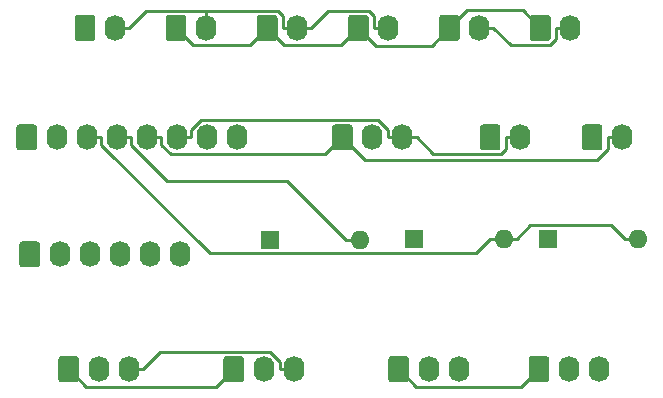
<source format=gbr>
G04 #@! TF.GenerationSoftware,KiCad,Pcbnew,(5.1.5-0-10_14)*
G04 #@! TF.CreationDate,2021-10-24T14:08:41+10:00*
G04 #@! TF.ProjectId,Vid Record and IFEI,56696420-5265-4636-9f72-6420616e6420,rev?*
G04 #@! TF.SameCoordinates,Original*
G04 #@! TF.FileFunction,Copper,L1,Top*
G04 #@! TF.FilePolarity,Positive*
%FSLAX46Y46*%
G04 Gerber Fmt 4.6, Leading zero omitted, Abs format (unit mm)*
G04 Created by KiCad (PCBNEW (5.1.5-0-10_14)) date 2021-10-24 14:08:41*
%MOMM*%
%LPD*%
G04 APERTURE LIST*
%ADD10O,1.740000X2.200000*%
%ADD11C,0.100000*%
%ADD12O,1.600000X1.600000*%
%ADD13R,1.600000X1.600000*%
%ADD14C,0.250000*%
G04 APERTURE END LIST*
D10*
X171323000Y-86233000D03*
X168783000Y-86233000D03*
G04 #@! TA.AperFunction,ComponentPad*
D11*
G36*
X166887505Y-85134204D02*
G01*
X166911773Y-85137804D01*
X166935572Y-85143765D01*
X166958671Y-85152030D01*
X166980850Y-85162520D01*
X167001893Y-85175132D01*
X167021599Y-85189747D01*
X167039777Y-85206223D01*
X167056253Y-85224401D01*
X167070868Y-85244107D01*
X167083480Y-85265150D01*
X167093970Y-85287329D01*
X167102235Y-85310428D01*
X167108196Y-85334227D01*
X167111796Y-85358495D01*
X167113000Y-85382999D01*
X167113000Y-87083001D01*
X167111796Y-87107505D01*
X167108196Y-87131773D01*
X167102235Y-87155572D01*
X167093970Y-87178671D01*
X167083480Y-87200850D01*
X167070868Y-87221893D01*
X167056253Y-87241599D01*
X167039777Y-87259777D01*
X167021599Y-87276253D01*
X167001893Y-87290868D01*
X166980850Y-87303480D01*
X166958671Y-87313970D01*
X166935572Y-87322235D01*
X166911773Y-87328196D01*
X166887505Y-87331796D01*
X166863001Y-87333000D01*
X165622999Y-87333000D01*
X165598495Y-87331796D01*
X165574227Y-87328196D01*
X165550428Y-87322235D01*
X165527329Y-87313970D01*
X165505150Y-87303480D01*
X165484107Y-87290868D01*
X165464401Y-87276253D01*
X165446223Y-87259777D01*
X165429747Y-87241599D01*
X165415132Y-87221893D01*
X165402520Y-87200850D01*
X165392030Y-87178671D01*
X165383765Y-87155572D01*
X165377804Y-87131773D01*
X165374204Y-87107505D01*
X165373000Y-87083001D01*
X165373000Y-85382999D01*
X165374204Y-85358495D01*
X165377804Y-85334227D01*
X165383765Y-85310428D01*
X165392030Y-85287329D01*
X165402520Y-85265150D01*
X165415132Y-85244107D01*
X165429747Y-85224401D01*
X165446223Y-85206223D01*
X165464401Y-85189747D01*
X165484107Y-85175132D01*
X165505150Y-85162520D01*
X165527329Y-85152030D01*
X165550428Y-85143765D01*
X165574227Y-85137804D01*
X165598495Y-85134204D01*
X165622999Y-85133000D01*
X166863001Y-85133000D01*
X166887505Y-85134204D01*
G37*
G04 #@! TD.AperFunction*
D10*
X181292000Y-86233000D03*
G04 #@! TA.AperFunction,ComponentPad*
D11*
G36*
X179396505Y-85134204D02*
G01*
X179420773Y-85137804D01*
X179444572Y-85143765D01*
X179467671Y-85152030D01*
X179489850Y-85162520D01*
X179510893Y-85175132D01*
X179530599Y-85189747D01*
X179548777Y-85206223D01*
X179565253Y-85224401D01*
X179579868Y-85244107D01*
X179592480Y-85265150D01*
X179602970Y-85287329D01*
X179611235Y-85310428D01*
X179617196Y-85334227D01*
X179620796Y-85358495D01*
X179622000Y-85382999D01*
X179622000Y-87083001D01*
X179620796Y-87107505D01*
X179617196Y-87131773D01*
X179611235Y-87155572D01*
X179602970Y-87178671D01*
X179592480Y-87200850D01*
X179579868Y-87221893D01*
X179565253Y-87241599D01*
X179548777Y-87259777D01*
X179530599Y-87276253D01*
X179510893Y-87290868D01*
X179489850Y-87303480D01*
X179467671Y-87313970D01*
X179444572Y-87322235D01*
X179420773Y-87328196D01*
X179396505Y-87331796D01*
X179372001Y-87333000D01*
X178131999Y-87333000D01*
X178107495Y-87331796D01*
X178083227Y-87328196D01*
X178059428Y-87322235D01*
X178036329Y-87313970D01*
X178014150Y-87303480D01*
X177993107Y-87290868D01*
X177973401Y-87276253D01*
X177955223Y-87259777D01*
X177938747Y-87241599D01*
X177924132Y-87221893D01*
X177911520Y-87200850D01*
X177901030Y-87178671D01*
X177892765Y-87155572D01*
X177886804Y-87131773D01*
X177883204Y-87107505D01*
X177882000Y-87083001D01*
X177882000Y-85382999D01*
X177883204Y-85358495D01*
X177886804Y-85334227D01*
X177892765Y-85310428D01*
X177901030Y-85287329D01*
X177911520Y-85265150D01*
X177924132Y-85244107D01*
X177938747Y-85224401D01*
X177955223Y-85206223D01*
X177973401Y-85189747D01*
X177993107Y-85175132D01*
X178014150Y-85162520D01*
X178036329Y-85152030D01*
X178059428Y-85143765D01*
X178083227Y-85137804D01*
X178107495Y-85134204D01*
X178131999Y-85133000D01*
X179372001Y-85133000D01*
X179396505Y-85134204D01*
G37*
G04 #@! TD.AperFunction*
D10*
X189928000Y-86233000D03*
G04 #@! TA.AperFunction,ComponentPad*
D11*
G36*
X188032505Y-85134204D02*
G01*
X188056773Y-85137804D01*
X188080572Y-85143765D01*
X188103671Y-85152030D01*
X188125850Y-85162520D01*
X188146893Y-85175132D01*
X188166599Y-85189747D01*
X188184777Y-85206223D01*
X188201253Y-85224401D01*
X188215868Y-85244107D01*
X188228480Y-85265150D01*
X188238970Y-85287329D01*
X188247235Y-85310428D01*
X188253196Y-85334227D01*
X188256796Y-85358495D01*
X188258000Y-85382999D01*
X188258000Y-87083001D01*
X188256796Y-87107505D01*
X188253196Y-87131773D01*
X188247235Y-87155572D01*
X188238970Y-87178671D01*
X188228480Y-87200850D01*
X188215868Y-87221893D01*
X188201253Y-87241599D01*
X188184777Y-87259777D01*
X188166599Y-87276253D01*
X188146893Y-87290868D01*
X188125850Y-87303480D01*
X188103671Y-87313970D01*
X188080572Y-87322235D01*
X188056773Y-87328196D01*
X188032505Y-87331796D01*
X188008001Y-87333000D01*
X186767999Y-87333000D01*
X186743495Y-87331796D01*
X186719227Y-87328196D01*
X186695428Y-87322235D01*
X186672329Y-87313970D01*
X186650150Y-87303480D01*
X186629107Y-87290868D01*
X186609401Y-87276253D01*
X186591223Y-87259777D01*
X186574747Y-87241599D01*
X186560132Y-87221893D01*
X186547520Y-87200850D01*
X186537030Y-87178671D01*
X186528765Y-87155572D01*
X186522804Y-87131773D01*
X186519204Y-87107505D01*
X186518000Y-87083001D01*
X186518000Y-85382999D01*
X186519204Y-85358495D01*
X186522804Y-85334227D01*
X186528765Y-85310428D01*
X186537030Y-85287329D01*
X186547520Y-85265150D01*
X186560132Y-85244107D01*
X186574747Y-85224401D01*
X186591223Y-85206223D01*
X186609401Y-85189747D01*
X186629107Y-85175132D01*
X186650150Y-85162520D01*
X186672329Y-85152030D01*
X186695428Y-85143765D01*
X186719227Y-85137804D01*
X186743495Y-85134204D01*
X186767999Y-85133000D01*
X188008001Y-85133000D01*
X188032505Y-85134204D01*
G37*
G04 #@! TD.AperFunction*
D10*
X148146000Y-105854000D03*
X145606000Y-105854000D03*
G04 #@! TA.AperFunction,ComponentPad*
D11*
G36*
X143710505Y-104755204D02*
G01*
X143734773Y-104758804D01*
X143758572Y-104764765D01*
X143781671Y-104773030D01*
X143803850Y-104783520D01*
X143824893Y-104796132D01*
X143844599Y-104810747D01*
X143862777Y-104827223D01*
X143879253Y-104845401D01*
X143893868Y-104865107D01*
X143906480Y-104886150D01*
X143916970Y-104908329D01*
X143925235Y-104931428D01*
X143931196Y-104955227D01*
X143934796Y-104979495D01*
X143936000Y-105003999D01*
X143936000Y-106704001D01*
X143934796Y-106728505D01*
X143931196Y-106752773D01*
X143925235Y-106776572D01*
X143916970Y-106799671D01*
X143906480Y-106821850D01*
X143893868Y-106842893D01*
X143879253Y-106862599D01*
X143862777Y-106880777D01*
X143844599Y-106897253D01*
X143824893Y-106911868D01*
X143803850Y-106924480D01*
X143781671Y-106934970D01*
X143758572Y-106943235D01*
X143734773Y-106949196D01*
X143710505Y-106952796D01*
X143686001Y-106954000D01*
X142445999Y-106954000D01*
X142421495Y-106952796D01*
X142397227Y-106949196D01*
X142373428Y-106943235D01*
X142350329Y-106934970D01*
X142328150Y-106924480D01*
X142307107Y-106911868D01*
X142287401Y-106897253D01*
X142269223Y-106880777D01*
X142252747Y-106862599D01*
X142238132Y-106842893D01*
X142225520Y-106821850D01*
X142215030Y-106799671D01*
X142206765Y-106776572D01*
X142200804Y-106752773D01*
X142197204Y-106728505D01*
X142196000Y-106704001D01*
X142196000Y-105003999D01*
X142197204Y-104979495D01*
X142200804Y-104955227D01*
X142206765Y-104931428D01*
X142215030Y-104908329D01*
X142225520Y-104886150D01*
X142238132Y-104865107D01*
X142252747Y-104845401D01*
X142269223Y-104827223D01*
X142287401Y-104810747D01*
X142307107Y-104796132D01*
X142328150Y-104783520D01*
X142350329Y-104773030D01*
X142373428Y-104764765D01*
X142397227Y-104758804D01*
X142421495Y-104755204D01*
X142445999Y-104754000D01*
X143686001Y-104754000D01*
X143710505Y-104755204D01*
G37*
G04 #@! TD.AperFunction*
D10*
X176086000Y-105854000D03*
X173546000Y-105854000D03*
G04 #@! TA.AperFunction,ComponentPad*
D11*
G36*
X171650505Y-104755204D02*
G01*
X171674773Y-104758804D01*
X171698572Y-104764765D01*
X171721671Y-104773030D01*
X171743850Y-104783520D01*
X171764893Y-104796132D01*
X171784599Y-104810747D01*
X171802777Y-104827223D01*
X171819253Y-104845401D01*
X171833868Y-104865107D01*
X171846480Y-104886150D01*
X171856970Y-104908329D01*
X171865235Y-104931428D01*
X171871196Y-104955227D01*
X171874796Y-104979495D01*
X171876000Y-105003999D01*
X171876000Y-106704001D01*
X171874796Y-106728505D01*
X171871196Y-106752773D01*
X171865235Y-106776572D01*
X171856970Y-106799671D01*
X171846480Y-106821850D01*
X171833868Y-106842893D01*
X171819253Y-106862599D01*
X171802777Y-106880777D01*
X171784599Y-106897253D01*
X171764893Y-106911868D01*
X171743850Y-106924480D01*
X171721671Y-106934970D01*
X171698572Y-106943235D01*
X171674773Y-106949196D01*
X171650505Y-106952796D01*
X171626001Y-106954000D01*
X170385999Y-106954000D01*
X170361495Y-106952796D01*
X170337227Y-106949196D01*
X170313428Y-106943235D01*
X170290329Y-106934970D01*
X170268150Y-106924480D01*
X170247107Y-106911868D01*
X170227401Y-106897253D01*
X170209223Y-106880777D01*
X170192747Y-106862599D01*
X170178132Y-106842893D01*
X170165520Y-106821850D01*
X170155030Y-106799671D01*
X170146765Y-106776572D01*
X170140804Y-106752773D01*
X170137204Y-106728505D01*
X170136000Y-106704001D01*
X170136000Y-105003999D01*
X170137204Y-104979495D01*
X170140804Y-104955227D01*
X170146765Y-104931428D01*
X170155030Y-104908329D01*
X170165520Y-104886150D01*
X170178132Y-104865107D01*
X170192747Y-104845401D01*
X170209223Y-104827223D01*
X170227401Y-104810747D01*
X170247107Y-104796132D01*
X170268150Y-104783520D01*
X170290329Y-104773030D01*
X170313428Y-104764765D01*
X170337227Y-104758804D01*
X170361495Y-104755204D01*
X170385999Y-104754000D01*
X171626001Y-104754000D01*
X171650505Y-104755204D01*
G37*
G04 #@! TD.AperFunction*
D10*
X185547000Y-76962000D03*
G04 #@! TA.AperFunction,ComponentPad*
D11*
G36*
X183651505Y-75863204D02*
G01*
X183675773Y-75866804D01*
X183699572Y-75872765D01*
X183722671Y-75881030D01*
X183744850Y-75891520D01*
X183765893Y-75904132D01*
X183785599Y-75918747D01*
X183803777Y-75935223D01*
X183820253Y-75953401D01*
X183834868Y-75973107D01*
X183847480Y-75994150D01*
X183857970Y-76016329D01*
X183866235Y-76039428D01*
X183872196Y-76063227D01*
X183875796Y-76087495D01*
X183877000Y-76111999D01*
X183877000Y-77812001D01*
X183875796Y-77836505D01*
X183872196Y-77860773D01*
X183866235Y-77884572D01*
X183857970Y-77907671D01*
X183847480Y-77929850D01*
X183834868Y-77950893D01*
X183820253Y-77970599D01*
X183803777Y-77988777D01*
X183785599Y-78005253D01*
X183765893Y-78019868D01*
X183744850Y-78032480D01*
X183722671Y-78042970D01*
X183699572Y-78051235D01*
X183675773Y-78057196D01*
X183651505Y-78060796D01*
X183627001Y-78062000D01*
X182386999Y-78062000D01*
X182362495Y-78060796D01*
X182338227Y-78057196D01*
X182314428Y-78051235D01*
X182291329Y-78042970D01*
X182269150Y-78032480D01*
X182248107Y-78019868D01*
X182228401Y-78005253D01*
X182210223Y-77988777D01*
X182193747Y-77970599D01*
X182179132Y-77950893D01*
X182166520Y-77929850D01*
X182156030Y-77907671D01*
X182147765Y-77884572D01*
X182141804Y-77860773D01*
X182138204Y-77836505D01*
X182137000Y-77812001D01*
X182137000Y-76111999D01*
X182138204Y-76087495D01*
X182141804Y-76063227D01*
X182147765Y-76039428D01*
X182156030Y-76016329D01*
X182166520Y-75994150D01*
X182179132Y-75973107D01*
X182193747Y-75953401D01*
X182210223Y-75935223D01*
X182228401Y-75918747D01*
X182248107Y-75904132D01*
X182269150Y-75891520D01*
X182291329Y-75881030D01*
X182314428Y-75872765D01*
X182338227Y-75866804D01*
X182362495Y-75863204D01*
X182386999Y-75862000D01*
X183627001Y-75862000D01*
X183651505Y-75863204D01*
G37*
G04 #@! TD.AperFunction*
D10*
X177838000Y-76962000D03*
G04 #@! TA.AperFunction,ComponentPad*
D11*
G36*
X175942505Y-75863204D02*
G01*
X175966773Y-75866804D01*
X175990572Y-75872765D01*
X176013671Y-75881030D01*
X176035850Y-75891520D01*
X176056893Y-75904132D01*
X176076599Y-75918747D01*
X176094777Y-75935223D01*
X176111253Y-75953401D01*
X176125868Y-75973107D01*
X176138480Y-75994150D01*
X176148970Y-76016329D01*
X176157235Y-76039428D01*
X176163196Y-76063227D01*
X176166796Y-76087495D01*
X176168000Y-76111999D01*
X176168000Y-77812001D01*
X176166796Y-77836505D01*
X176163196Y-77860773D01*
X176157235Y-77884572D01*
X176148970Y-77907671D01*
X176138480Y-77929850D01*
X176125868Y-77950893D01*
X176111253Y-77970599D01*
X176094777Y-77988777D01*
X176076599Y-78005253D01*
X176056893Y-78019868D01*
X176035850Y-78032480D01*
X176013671Y-78042970D01*
X175990572Y-78051235D01*
X175966773Y-78057196D01*
X175942505Y-78060796D01*
X175918001Y-78062000D01*
X174677999Y-78062000D01*
X174653495Y-78060796D01*
X174629227Y-78057196D01*
X174605428Y-78051235D01*
X174582329Y-78042970D01*
X174560150Y-78032480D01*
X174539107Y-78019868D01*
X174519401Y-78005253D01*
X174501223Y-77988777D01*
X174484747Y-77970599D01*
X174470132Y-77950893D01*
X174457520Y-77929850D01*
X174447030Y-77907671D01*
X174438765Y-77884572D01*
X174432804Y-77860773D01*
X174429204Y-77836505D01*
X174428000Y-77812001D01*
X174428000Y-76111999D01*
X174429204Y-76087495D01*
X174432804Y-76063227D01*
X174438765Y-76039428D01*
X174447030Y-76016329D01*
X174457520Y-75994150D01*
X174470132Y-75973107D01*
X174484747Y-75953401D01*
X174501223Y-75935223D01*
X174519401Y-75918747D01*
X174539107Y-75904132D01*
X174560150Y-75891520D01*
X174582329Y-75881030D01*
X174605428Y-75872765D01*
X174629227Y-75866804D01*
X174653495Y-75863204D01*
X174677999Y-75862000D01*
X175918001Y-75862000D01*
X175942505Y-75863204D01*
G37*
G04 #@! TD.AperFunction*
D10*
X162420000Y-76962000D03*
G04 #@! TA.AperFunction,ComponentPad*
D11*
G36*
X160524505Y-75863204D02*
G01*
X160548773Y-75866804D01*
X160572572Y-75872765D01*
X160595671Y-75881030D01*
X160617850Y-75891520D01*
X160638893Y-75904132D01*
X160658599Y-75918747D01*
X160676777Y-75935223D01*
X160693253Y-75953401D01*
X160707868Y-75973107D01*
X160720480Y-75994150D01*
X160730970Y-76016329D01*
X160739235Y-76039428D01*
X160745196Y-76063227D01*
X160748796Y-76087495D01*
X160750000Y-76111999D01*
X160750000Y-77812001D01*
X160748796Y-77836505D01*
X160745196Y-77860773D01*
X160739235Y-77884572D01*
X160730970Y-77907671D01*
X160720480Y-77929850D01*
X160707868Y-77950893D01*
X160693253Y-77970599D01*
X160676777Y-77988777D01*
X160658599Y-78005253D01*
X160638893Y-78019868D01*
X160617850Y-78032480D01*
X160595671Y-78042970D01*
X160572572Y-78051235D01*
X160548773Y-78057196D01*
X160524505Y-78060796D01*
X160500001Y-78062000D01*
X159259999Y-78062000D01*
X159235495Y-78060796D01*
X159211227Y-78057196D01*
X159187428Y-78051235D01*
X159164329Y-78042970D01*
X159142150Y-78032480D01*
X159121107Y-78019868D01*
X159101401Y-78005253D01*
X159083223Y-77988777D01*
X159066747Y-77970599D01*
X159052132Y-77950893D01*
X159039520Y-77929850D01*
X159029030Y-77907671D01*
X159020765Y-77884572D01*
X159014804Y-77860773D01*
X159011204Y-77836505D01*
X159010000Y-77812001D01*
X159010000Y-76111999D01*
X159011204Y-76087495D01*
X159014804Y-76063227D01*
X159020765Y-76039428D01*
X159029030Y-76016329D01*
X159039520Y-75994150D01*
X159052132Y-75973107D01*
X159066747Y-75953401D01*
X159083223Y-75935223D01*
X159101401Y-75918747D01*
X159121107Y-75904132D01*
X159142150Y-75891520D01*
X159164329Y-75881030D01*
X159187428Y-75872765D01*
X159211227Y-75866804D01*
X159235495Y-75863204D01*
X159259999Y-75862000D01*
X160500001Y-75862000D01*
X160524505Y-75863204D01*
G37*
G04 #@! TD.AperFunction*
D10*
X170129000Y-76962000D03*
G04 #@! TA.AperFunction,ComponentPad*
D11*
G36*
X168233505Y-75863204D02*
G01*
X168257773Y-75866804D01*
X168281572Y-75872765D01*
X168304671Y-75881030D01*
X168326850Y-75891520D01*
X168347893Y-75904132D01*
X168367599Y-75918747D01*
X168385777Y-75935223D01*
X168402253Y-75953401D01*
X168416868Y-75973107D01*
X168429480Y-75994150D01*
X168439970Y-76016329D01*
X168448235Y-76039428D01*
X168454196Y-76063227D01*
X168457796Y-76087495D01*
X168459000Y-76111999D01*
X168459000Y-77812001D01*
X168457796Y-77836505D01*
X168454196Y-77860773D01*
X168448235Y-77884572D01*
X168439970Y-77907671D01*
X168429480Y-77929850D01*
X168416868Y-77950893D01*
X168402253Y-77970599D01*
X168385777Y-77988777D01*
X168367599Y-78005253D01*
X168347893Y-78019868D01*
X168326850Y-78032480D01*
X168304671Y-78042970D01*
X168281572Y-78051235D01*
X168257773Y-78057196D01*
X168233505Y-78060796D01*
X168209001Y-78062000D01*
X166968999Y-78062000D01*
X166944495Y-78060796D01*
X166920227Y-78057196D01*
X166896428Y-78051235D01*
X166873329Y-78042970D01*
X166851150Y-78032480D01*
X166830107Y-78019868D01*
X166810401Y-78005253D01*
X166792223Y-77988777D01*
X166775747Y-77970599D01*
X166761132Y-77950893D01*
X166748520Y-77929850D01*
X166738030Y-77907671D01*
X166729765Y-77884572D01*
X166723804Y-77860773D01*
X166720204Y-77836505D01*
X166719000Y-77812001D01*
X166719000Y-76111999D01*
X166720204Y-76087495D01*
X166723804Y-76063227D01*
X166729765Y-76039428D01*
X166738030Y-76016329D01*
X166748520Y-75994150D01*
X166761132Y-75973107D01*
X166775747Y-75953401D01*
X166792223Y-75935223D01*
X166810401Y-75918747D01*
X166830107Y-75904132D01*
X166851150Y-75891520D01*
X166873329Y-75881030D01*
X166896428Y-75872765D01*
X166920227Y-75866804D01*
X166944495Y-75863204D01*
X166968999Y-75862000D01*
X168209001Y-75862000D01*
X168233505Y-75863204D01*
G37*
G04 #@! TD.AperFunction*
D10*
X147002000Y-76962000D03*
G04 #@! TA.AperFunction,ComponentPad*
D11*
G36*
X145106505Y-75863204D02*
G01*
X145130773Y-75866804D01*
X145154572Y-75872765D01*
X145177671Y-75881030D01*
X145199850Y-75891520D01*
X145220893Y-75904132D01*
X145240599Y-75918747D01*
X145258777Y-75935223D01*
X145275253Y-75953401D01*
X145289868Y-75973107D01*
X145302480Y-75994150D01*
X145312970Y-76016329D01*
X145321235Y-76039428D01*
X145327196Y-76063227D01*
X145330796Y-76087495D01*
X145332000Y-76111999D01*
X145332000Y-77812001D01*
X145330796Y-77836505D01*
X145327196Y-77860773D01*
X145321235Y-77884572D01*
X145312970Y-77907671D01*
X145302480Y-77929850D01*
X145289868Y-77950893D01*
X145275253Y-77970599D01*
X145258777Y-77988777D01*
X145240599Y-78005253D01*
X145220893Y-78019868D01*
X145199850Y-78032480D01*
X145177671Y-78042970D01*
X145154572Y-78051235D01*
X145130773Y-78057196D01*
X145106505Y-78060796D01*
X145082001Y-78062000D01*
X143841999Y-78062000D01*
X143817495Y-78060796D01*
X143793227Y-78057196D01*
X143769428Y-78051235D01*
X143746329Y-78042970D01*
X143724150Y-78032480D01*
X143703107Y-78019868D01*
X143683401Y-78005253D01*
X143665223Y-77988777D01*
X143648747Y-77970599D01*
X143634132Y-77950893D01*
X143621520Y-77929850D01*
X143611030Y-77907671D01*
X143602765Y-77884572D01*
X143596804Y-77860773D01*
X143593204Y-77836505D01*
X143592000Y-77812001D01*
X143592000Y-76111999D01*
X143593204Y-76087495D01*
X143596804Y-76063227D01*
X143602765Y-76039428D01*
X143611030Y-76016329D01*
X143621520Y-75994150D01*
X143634132Y-75973107D01*
X143648747Y-75953401D01*
X143665223Y-75935223D01*
X143683401Y-75918747D01*
X143703107Y-75904132D01*
X143724150Y-75891520D01*
X143746329Y-75881030D01*
X143769428Y-75872765D01*
X143793227Y-75866804D01*
X143817495Y-75863204D01*
X143841999Y-75862000D01*
X145082001Y-75862000D01*
X145106505Y-75863204D01*
G37*
G04 #@! TD.AperFunction*
D10*
X154711000Y-76962000D03*
G04 #@! TA.AperFunction,ComponentPad*
D11*
G36*
X152815505Y-75863204D02*
G01*
X152839773Y-75866804D01*
X152863572Y-75872765D01*
X152886671Y-75881030D01*
X152908850Y-75891520D01*
X152929893Y-75904132D01*
X152949599Y-75918747D01*
X152967777Y-75935223D01*
X152984253Y-75953401D01*
X152998868Y-75973107D01*
X153011480Y-75994150D01*
X153021970Y-76016329D01*
X153030235Y-76039428D01*
X153036196Y-76063227D01*
X153039796Y-76087495D01*
X153041000Y-76111999D01*
X153041000Y-77812001D01*
X153039796Y-77836505D01*
X153036196Y-77860773D01*
X153030235Y-77884572D01*
X153021970Y-77907671D01*
X153011480Y-77929850D01*
X152998868Y-77950893D01*
X152984253Y-77970599D01*
X152967777Y-77988777D01*
X152949599Y-78005253D01*
X152929893Y-78019868D01*
X152908850Y-78032480D01*
X152886671Y-78042970D01*
X152863572Y-78051235D01*
X152839773Y-78057196D01*
X152815505Y-78060796D01*
X152791001Y-78062000D01*
X151550999Y-78062000D01*
X151526495Y-78060796D01*
X151502227Y-78057196D01*
X151478428Y-78051235D01*
X151455329Y-78042970D01*
X151433150Y-78032480D01*
X151412107Y-78019868D01*
X151392401Y-78005253D01*
X151374223Y-77988777D01*
X151357747Y-77970599D01*
X151343132Y-77950893D01*
X151330520Y-77929850D01*
X151320030Y-77907671D01*
X151311765Y-77884572D01*
X151305804Y-77860773D01*
X151302204Y-77836505D01*
X151301000Y-77812001D01*
X151301000Y-76111999D01*
X151302204Y-76087495D01*
X151305804Y-76063227D01*
X151311765Y-76039428D01*
X151320030Y-76016329D01*
X151330520Y-75994150D01*
X151343132Y-75973107D01*
X151357747Y-75953401D01*
X151374223Y-75935223D01*
X151392401Y-75918747D01*
X151412107Y-75904132D01*
X151433150Y-75891520D01*
X151455329Y-75881030D01*
X151478428Y-75872765D01*
X151502227Y-75866804D01*
X151526495Y-75863204D01*
X151550999Y-75862000D01*
X152791001Y-75862000D01*
X152815505Y-75863204D01*
G37*
G04 #@! TD.AperFunction*
D10*
X157290000Y-86233000D03*
X154750000Y-86233000D03*
X152210000Y-86233000D03*
X149670000Y-86233000D03*
X147130000Y-86233000D03*
X144590000Y-86233000D03*
X142050000Y-86233000D03*
G04 #@! TA.AperFunction,ComponentPad*
D11*
G36*
X140154505Y-85134204D02*
G01*
X140178773Y-85137804D01*
X140202572Y-85143765D01*
X140225671Y-85152030D01*
X140247850Y-85162520D01*
X140268893Y-85175132D01*
X140288599Y-85189747D01*
X140306777Y-85206223D01*
X140323253Y-85224401D01*
X140337868Y-85244107D01*
X140350480Y-85265150D01*
X140360970Y-85287329D01*
X140369235Y-85310428D01*
X140375196Y-85334227D01*
X140378796Y-85358495D01*
X140380000Y-85382999D01*
X140380000Y-87083001D01*
X140378796Y-87107505D01*
X140375196Y-87131773D01*
X140369235Y-87155572D01*
X140360970Y-87178671D01*
X140350480Y-87200850D01*
X140337868Y-87221893D01*
X140323253Y-87241599D01*
X140306777Y-87259777D01*
X140288599Y-87276253D01*
X140268893Y-87290868D01*
X140247850Y-87303480D01*
X140225671Y-87313970D01*
X140202572Y-87322235D01*
X140178773Y-87328196D01*
X140154505Y-87331796D01*
X140130001Y-87333000D01*
X138889999Y-87333000D01*
X138865495Y-87331796D01*
X138841227Y-87328196D01*
X138817428Y-87322235D01*
X138794329Y-87313970D01*
X138772150Y-87303480D01*
X138751107Y-87290868D01*
X138731401Y-87276253D01*
X138713223Y-87259777D01*
X138696747Y-87241599D01*
X138682132Y-87221893D01*
X138669520Y-87200850D01*
X138659030Y-87178671D01*
X138650765Y-87155572D01*
X138644804Y-87131773D01*
X138641204Y-87107505D01*
X138640000Y-87083001D01*
X138640000Y-85382999D01*
X138641204Y-85358495D01*
X138644804Y-85334227D01*
X138650765Y-85310428D01*
X138659030Y-85287329D01*
X138669520Y-85265150D01*
X138682132Y-85244107D01*
X138696747Y-85224401D01*
X138713223Y-85206223D01*
X138731401Y-85189747D01*
X138751107Y-85175132D01*
X138772150Y-85162520D01*
X138794329Y-85152030D01*
X138817428Y-85143765D01*
X138841227Y-85137804D01*
X138865495Y-85134204D01*
X138889999Y-85133000D01*
X140130001Y-85133000D01*
X140154505Y-85134204D01*
G37*
G04 #@! TD.AperFunction*
D10*
X152464000Y-96139000D03*
X149924000Y-96139000D03*
X147384000Y-96139000D03*
X144844000Y-96139000D03*
X142304000Y-96139000D03*
G04 #@! TA.AperFunction,ComponentPad*
D11*
G36*
X140408505Y-95040204D02*
G01*
X140432773Y-95043804D01*
X140456572Y-95049765D01*
X140479671Y-95058030D01*
X140501850Y-95068520D01*
X140522893Y-95081132D01*
X140542599Y-95095747D01*
X140560777Y-95112223D01*
X140577253Y-95130401D01*
X140591868Y-95150107D01*
X140604480Y-95171150D01*
X140614970Y-95193329D01*
X140623235Y-95216428D01*
X140629196Y-95240227D01*
X140632796Y-95264495D01*
X140634000Y-95288999D01*
X140634000Y-96989001D01*
X140632796Y-97013505D01*
X140629196Y-97037773D01*
X140623235Y-97061572D01*
X140614970Y-97084671D01*
X140604480Y-97106850D01*
X140591868Y-97127893D01*
X140577253Y-97147599D01*
X140560777Y-97165777D01*
X140542599Y-97182253D01*
X140522893Y-97196868D01*
X140501850Y-97209480D01*
X140479671Y-97219970D01*
X140456572Y-97228235D01*
X140432773Y-97234196D01*
X140408505Y-97237796D01*
X140384001Y-97239000D01*
X139143999Y-97239000D01*
X139119495Y-97237796D01*
X139095227Y-97234196D01*
X139071428Y-97228235D01*
X139048329Y-97219970D01*
X139026150Y-97209480D01*
X139005107Y-97196868D01*
X138985401Y-97182253D01*
X138967223Y-97165777D01*
X138950747Y-97147599D01*
X138936132Y-97127893D01*
X138923520Y-97106850D01*
X138913030Y-97084671D01*
X138904765Y-97061572D01*
X138898804Y-97037773D01*
X138895204Y-97013505D01*
X138894000Y-96989001D01*
X138894000Y-95288999D01*
X138895204Y-95264495D01*
X138898804Y-95240227D01*
X138904765Y-95216428D01*
X138913030Y-95193329D01*
X138923520Y-95171150D01*
X138936132Y-95150107D01*
X138950747Y-95130401D01*
X138967223Y-95112223D01*
X138985401Y-95095747D01*
X139005107Y-95081132D01*
X139026150Y-95068520D01*
X139048329Y-95058030D01*
X139071428Y-95049765D01*
X139095227Y-95043804D01*
X139119495Y-95040204D01*
X139143999Y-95039000D01*
X140384001Y-95039000D01*
X140408505Y-95040204D01*
G37*
G04 #@! TD.AperFunction*
D10*
X162116000Y-105854000D03*
X159576000Y-105854000D03*
G04 #@! TA.AperFunction,ComponentPad*
D11*
G36*
X157680505Y-104755204D02*
G01*
X157704773Y-104758804D01*
X157728572Y-104764765D01*
X157751671Y-104773030D01*
X157773850Y-104783520D01*
X157794893Y-104796132D01*
X157814599Y-104810747D01*
X157832777Y-104827223D01*
X157849253Y-104845401D01*
X157863868Y-104865107D01*
X157876480Y-104886150D01*
X157886970Y-104908329D01*
X157895235Y-104931428D01*
X157901196Y-104955227D01*
X157904796Y-104979495D01*
X157906000Y-105003999D01*
X157906000Y-106704001D01*
X157904796Y-106728505D01*
X157901196Y-106752773D01*
X157895235Y-106776572D01*
X157886970Y-106799671D01*
X157876480Y-106821850D01*
X157863868Y-106842893D01*
X157849253Y-106862599D01*
X157832777Y-106880777D01*
X157814599Y-106897253D01*
X157794893Y-106911868D01*
X157773850Y-106924480D01*
X157751671Y-106934970D01*
X157728572Y-106943235D01*
X157704773Y-106949196D01*
X157680505Y-106952796D01*
X157656001Y-106954000D01*
X156415999Y-106954000D01*
X156391495Y-106952796D01*
X156367227Y-106949196D01*
X156343428Y-106943235D01*
X156320329Y-106934970D01*
X156298150Y-106924480D01*
X156277107Y-106911868D01*
X156257401Y-106897253D01*
X156239223Y-106880777D01*
X156222747Y-106862599D01*
X156208132Y-106842893D01*
X156195520Y-106821850D01*
X156185030Y-106799671D01*
X156176765Y-106776572D01*
X156170804Y-106752773D01*
X156167204Y-106728505D01*
X156166000Y-106704001D01*
X156166000Y-105003999D01*
X156167204Y-104979495D01*
X156170804Y-104955227D01*
X156176765Y-104931428D01*
X156185030Y-104908329D01*
X156195520Y-104886150D01*
X156208132Y-104865107D01*
X156222747Y-104845401D01*
X156239223Y-104827223D01*
X156257401Y-104810747D01*
X156277107Y-104796132D01*
X156298150Y-104783520D01*
X156320329Y-104773030D01*
X156343428Y-104764765D01*
X156367227Y-104758804D01*
X156391495Y-104755204D01*
X156415999Y-104754000D01*
X157656001Y-104754000D01*
X157680505Y-104755204D01*
G37*
G04 #@! TD.AperFunction*
D10*
X187960000Y-105854000D03*
X185420000Y-105854000D03*
G04 #@! TA.AperFunction,ComponentPad*
D11*
G36*
X183524505Y-104755204D02*
G01*
X183548773Y-104758804D01*
X183572572Y-104764765D01*
X183595671Y-104773030D01*
X183617850Y-104783520D01*
X183638893Y-104796132D01*
X183658599Y-104810747D01*
X183676777Y-104827223D01*
X183693253Y-104845401D01*
X183707868Y-104865107D01*
X183720480Y-104886150D01*
X183730970Y-104908329D01*
X183739235Y-104931428D01*
X183745196Y-104955227D01*
X183748796Y-104979495D01*
X183750000Y-105003999D01*
X183750000Y-106704001D01*
X183748796Y-106728505D01*
X183745196Y-106752773D01*
X183739235Y-106776572D01*
X183730970Y-106799671D01*
X183720480Y-106821850D01*
X183707868Y-106842893D01*
X183693253Y-106862599D01*
X183676777Y-106880777D01*
X183658599Y-106897253D01*
X183638893Y-106911868D01*
X183617850Y-106924480D01*
X183595671Y-106934970D01*
X183572572Y-106943235D01*
X183548773Y-106949196D01*
X183524505Y-106952796D01*
X183500001Y-106954000D01*
X182259999Y-106954000D01*
X182235495Y-106952796D01*
X182211227Y-106949196D01*
X182187428Y-106943235D01*
X182164329Y-106934970D01*
X182142150Y-106924480D01*
X182121107Y-106911868D01*
X182101401Y-106897253D01*
X182083223Y-106880777D01*
X182066747Y-106862599D01*
X182052132Y-106842893D01*
X182039520Y-106821850D01*
X182029030Y-106799671D01*
X182020765Y-106776572D01*
X182014804Y-106752773D01*
X182011204Y-106728505D01*
X182010000Y-106704001D01*
X182010000Y-105003999D01*
X182011204Y-104979495D01*
X182014804Y-104955227D01*
X182020765Y-104931428D01*
X182029030Y-104908329D01*
X182039520Y-104886150D01*
X182052132Y-104865107D01*
X182066747Y-104845401D01*
X182083223Y-104827223D01*
X182101401Y-104810747D01*
X182121107Y-104796132D01*
X182142150Y-104783520D01*
X182164329Y-104773030D01*
X182187428Y-104764765D01*
X182211227Y-104758804D01*
X182235495Y-104755204D01*
X182259999Y-104754000D01*
X183500001Y-104754000D01*
X183524505Y-104755204D01*
G37*
G04 #@! TD.AperFunction*
D12*
X167704000Y-94932500D03*
D13*
X160084000Y-94932500D03*
D12*
X179896000Y-94805500D03*
D13*
X172276000Y-94805500D03*
D12*
X191262000Y-94805500D03*
D13*
X183642000Y-94805500D03*
D14*
X179896000Y-94805500D02*
X181021300Y-94805500D01*
X191262000Y-94805500D02*
X190136700Y-94805500D01*
X190136700Y-94805500D02*
X189011400Y-93680200D01*
X189011400Y-93680200D02*
X182146600Y-93680200D01*
X182146600Y-93680200D02*
X181021300Y-94805500D01*
X144590000Y-86233000D02*
X145785300Y-86233000D01*
X179896000Y-94805500D02*
X178770700Y-94805500D01*
X178770700Y-94805500D02*
X177518300Y-96057900D01*
X177518300Y-96057900D02*
X155012600Y-96057900D01*
X155012600Y-96057900D02*
X145785300Y-86830600D01*
X145785300Y-86830600D02*
X145785300Y-86233000D01*
X166578700Y-94932500D02*
X161580200Y-89934000D01*
X161580200Y-89934000D02*
X151428600Y-89934000D01*
X151428600Y-89934000D02*
X148325300Y-86830700D01*
X148325300Y-86830700D02*
X148325300Y-86233000D01*
X167704000Y-94932500D02*
X166578700Y-94932500D01*
X147130000Y-86233000D02*
X148325300Y-86233000D01*
X182880000Y-105854000D02*
X181370100Y-107363900D01*
X181370100Y-107363900D02*
X172515900Y-107363900D01*
X172515900Y-107363900D02*
X171006000Y-105854000D01*
X148146000Y-105854000D02*
X149341300Y-105854000D01*
X162116000Y-105854000D02*
X160920700Y-105854000D01*
X160920700Y-105854000D02*
X160920700Y-105256400D01*
X160920700Y-105256400D02*
X160087600Y-104423300D01*
X160087600Y-104423300D02*
X150772000Y-104423300D01*
X150772000Y-104423300D02*
X149341300Y-105854000D01*
X157036000Y-105854000D02*
X155526100Y-107363900D01*
X155526100Y-107363900D02*
X144575900Y-107363900D01*
X144575900Y-107363900D02*
X143066000Y-105854000D01*
X171323000Y-86233000D02*
X172518300Y-86233000D01*
X181292000Y-86233000D02*
X180096700Y-86233000D01*
X180096700Y-86233000D02*
X180096700Y-87204200D01*
X180096700Y-87204200D02*
X179631400Y-87669500D01*
X179631400Y-87669500D02*
X173954800Y-87669500D01*
X173954800Y-87669500D02*
X172518300Y-86233000D01*
X171323000Y-86233000D02*
X170127700Y-86233000D01*
X152210000Y-86233000D02*
X153405300Y-86233000D01*
X153405300Y-86233000D02*
X153405300Y-85635300D01*
X153405300Y-85635300D02*
X154255400Y-84785200D01*
X154255400Y-84785200D02*
X169277500Y-84785200D01*
X169277500Y-84785200D02*
X170127700Y-85635400D01*
X170127700Y-85635400D02*
X170127700Y-86233000D01*
X149670000Y-86233000D02*
X150865300Y-86233000D01*
X150865300Y-86233000D02*
X150865300Y-86830700D01*
X150865300Y-86830700D02*
X151708800Y-87674200D01*
X151708800Y-87674200D02*
X164801800Y-87674200D01*
X164801800Y-87674200D02*
X166243000Y-86233000D01*
X166243000Y-86233000D02*
X168129800Y-88119800D01*
X168129800Y-88119800D02*
X187817100Y-88119800D01*
X187817100Y-88119800D02*
X188732700Y-87204200D01*
X188732700Y-87204200D02*
X188732700Y-86233000D01*
X189928000Y-86233000D02*
X188732700Y-86233000D01*
X154711000Y-75535600D02*
X149623700Y-75535600D01*
X149623700Y-75535600D02*
X148197300Y-76962000D01*
X161224700Y-76962000D02*
X161224700Y-75990800D01*
X161224700Y-75990800D02*
X160769500Y-75535600D01*
X160769500Y-75535600D02*
X154711000Y-75535600D01*
X154711000Y-75536700D02*
X154711000Y-75535600D01*
X154711000Y-76962000D02*
X154711000Y-75536700D01*
X147002000Y-76962000D02*
X148197300Y-76962000D01*
X162420000Y-76962000D02*
X161224700Y-76962000D01*
X185547000Y-76962000D02*
X184351700Y-76962000D01*
X177838000Y-76962000D02*
X179033300Y-76962000D01*
X179033300Y-76962000D02*
X180505600Y-78434300D01*
X180505600Y-78434300D02*
X183850600Y-78434300D01*
X183850600Y-78434300D02*
X184351700Y-77933200D01*
X184351700Y-77933200D02*
X184351700Y-76962000D01*
X168933700Y-76962000D02*
X168933700Y-75990800D01*
X168933700Y-75990800D02*
X168478500Y-75535600D01*
X168478500Y-75535600D02*
X165041700Y-75535600D01*
X165041700Y-75535600D02*
X163615300Y-76962000D01*
X162420000Y-76962000D02*
X163615300Y-76962000D01*
X170129000Y-76962000D02*
X168933700Y-76962000D01*
X167589000Y-76962000D02*
X169079400Y-78452400D01*
X169079400Y-78452400D02*
X173807600Y-78452400D01*
X173807600Y-78452400D02*
X175298000Y-76962000D01*
X167589000Y-76962000D02*
X166163600Y-78387400D01*
X166163600Y-78387400D02*
X161305400Y-78387400D01*
X161305400Y-78387400D02*
X159880000Y-76962000D01*
X152171000Y-76962000D02*
X153596400Y-78387400D01*
X153596400Y-78387400D02*
X158454600Y-78387400D01*
X158454600Y-78387400D02*
X159880000Y-76962000D01*
X175298000Y-76962000D02*
X176782000Y-75478000D01*
X176782000Y-75478000D02*
X181523000Y-75478000D01*
X181523000Y-75478000D02*
X183007000Y-76962000D01*
M02*

</source>
